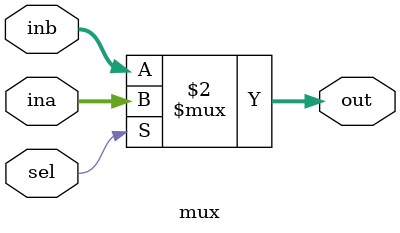
<source format=v>

module mux(ina, inb, out, sel);
    //INPUTS
	input [0:127] ina, inb;
	input sel;
	
	// OUTPUTS
	output [0:127] out;
	
	// REGISTERS
	reg [0:127] out;
	
	always @ (ina or inb or sel)
		begin
		out<= sel ? ina : inb;
		end // always @ (ina or inb or sel)
endmodule

</source>
